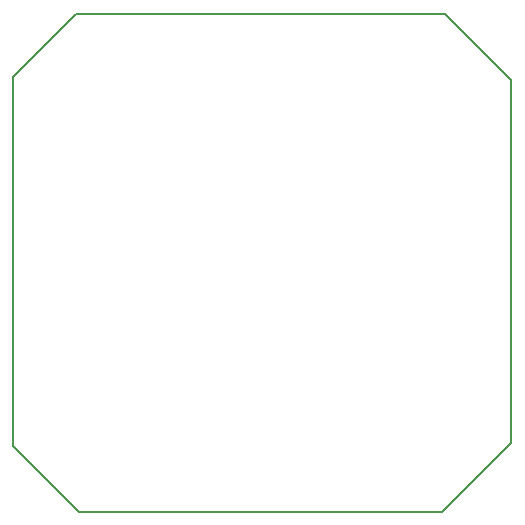
<source format=gm1>
G04 #@! TF.FileFunction,Profile,NP*
%FSLAX46Y46*%
G04 Gerber Fmt 4.6, Leading zero omitted, Abs format (unit mm)*
G04 Created by KiCad (PCBNEW 4.0.7) date 08/21/18 13:20:54*
%MOMM*%
%LPD*%
G01*
G04 APERTURE LIST*
%ADD10C,0.100000*%
%ADD11C,0.150000*%
G04 APERTURE END LIST*
D10*
D11*
X162306000Y-100838000D02*
X162306000Y-131572000D01*
X156718000Y-95250000D02*
X162306000Y-100838000D01*
X156464000Y-137414000D02*
X162306000Y-131572000D01*
X125730000Y-137414000D02*
X156464000Y-137414000D01*
X120142000Y-131826000D02*
X125730000Y-137414000D01*
X120142000Y-100584000D02*
X120142000Y-131826000D01*
X125476000Y-95250000D02*
X120142000Y-100584000D01*
X156718000Y-95250000D02*
X125476000Y-95250000D01*
M02*

</source>
